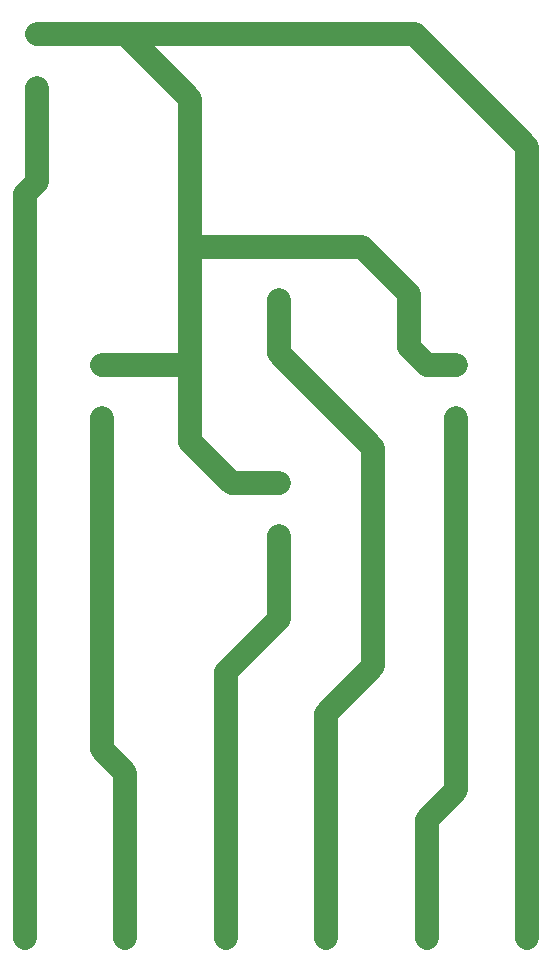
<source format=gtl>
G04 Layer: TopLayer*
G04 EasyEDA v6.5.47, 2024-10-11 02:17:36*
G04 14285fc0a42144bbae4d0c78d6d6beb8,143eb33344fd4f53ace86dd544093ce2,10*
G04 Gerber Generator version 0.2*
G04 Scale: 100 percent, Rotated: No, Reflected: No *
G04 Dimensions in millimeters *
G04 leading zeros omitted , absolute positions ,4 integer and 5 decimal *
%FSLAX45Y45*%
%MOMM*%

%ADD10C,2.0000*%
%ADD11C,1.5240*%

%LPD*%
D10*
X499920Y-9349994D02*
G01*
X499920Y-3050014D01*
X599937Y-2949996D01*
X599937Y-2150021D01*
X1349931Y-9349994D02*
G01*
X1349931Y-7949981D01*
X1149931Y-7749981D01*
X1149931Y-4949992D01*
X2199942Y-9349994D02*
G01*
X2199942Y-7099978D01*
X2649933Y-6649986D01*
X2649933Y-5950000D01*
X2649928Y-3499993D02*
G01*
X1899930Y-3499993D01*
X1149931Y-4499990D02*
G01*
X1899930Y-4499990D01*
X4149925Y-4499990D02*
G01*
X3899926Y-4499990D01*
X3749926Y-4349991D01*
X3749926Y-3899992D01*
X3349927Y-3499993D01*
X2649928Y-3499993D01*
X2649928Y-5499988D02*
G01*
X2249929Y-5499988D01*
X1899930Y-5149989D01*
X1899930Y-2247259D01*
X1352666Y-1699996D01*
X3900017Y-9349994D02*
G01*
X3900017Y-8349889D01*
X4149923Y-8099983D01*
X4149849Y-4949949D01*
X3049927Y-9349994D02*
G01*
X3049927Y-7449987D01*
X3449927Y-7049988D01*
X3449927Y-5199992D01*
X2649933Y-4399991D01*
X2649933Y-3950004D01*
X4749924Y-9349994D02*
G01*
X4749924Y-2649992D01*
X3799928Y-1699996D01*
X599925Y-1699996D01*
D11*
G01*
X3900017Y-9349994D03*
G01*
X3049981Y-9349994D03*
G01*
X1350010Y-9349994D03*
G01*
X2199995Y-9349994D03*
G01*
X500024Y-9349994D03*
G01*
X4750003Y-9349994D03*
G01*
X4150004Y-4950002D03*
G01*
X4150004Y-4499990D03*
G01*
X2650007Y-3950004D03*
G01*
X2650007Y-3499993D03*
G01*
X1150010Y-4950002D03*
G01*
X1150010Y-4499990D03*
G01*
X2650007Y-5950000D03*
G01*
X2650007Y-5499988D03*
G01*
X600024Y-2150008D03*
G01*
X600024Y-1699996D03*
M02*

</source>
